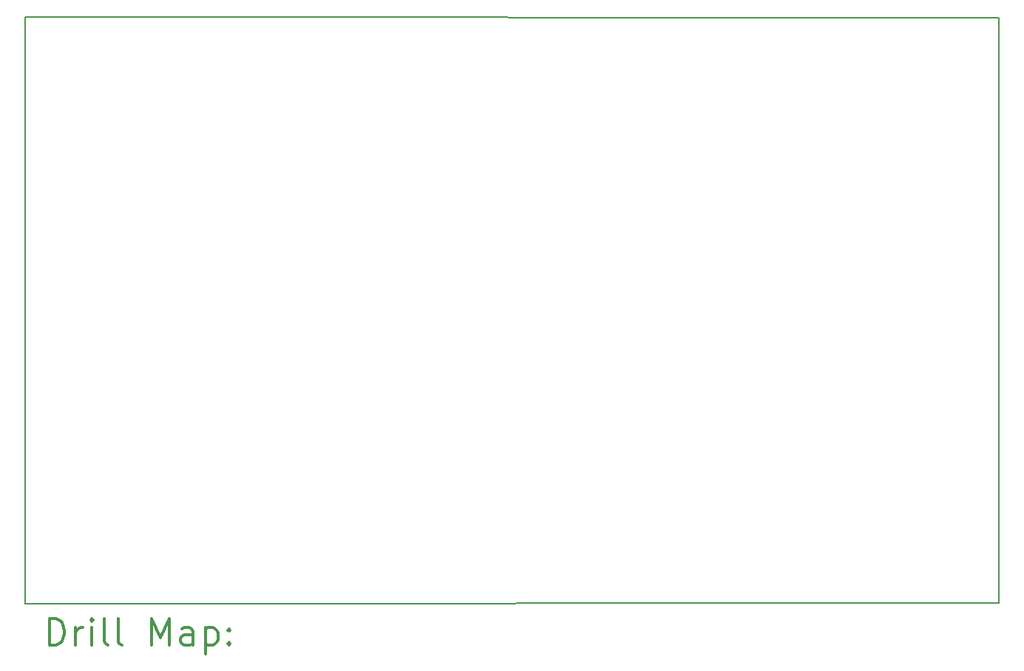
<source format=gbr>
%FSLAX45Y45*%
G04 Gerber Fmt 4.5, Leading zero omitted, Abs format (unit mm)*
G04 Created by KiCad (PCBNEW (5.0.2)-1) date 3/12/2019 3:58:21 PM*
%MOMM*%
%LPD*%
G01*
G04 APERTURE LIST*
%ADD10C,0.150000*%
%ADD11C,0.200000*%
%ADD12C,0.300000*%
G04 APERTURE END LIST*
D10*
X9245000Y-9805000D02*
X9245000Y-9765000D01*
X20400000Y-9800000D02*
X9245000Y-9805000D01*
X9245000Y-3080000D02*
X9245000Y-9765000D01*
X20400000Y-3090000D02*
X9245000Y-3080000D01*
X20400000Y-9800000D02*
X20400000Y-3090000D01*
D11*
D12*
X9523928Y-10278214D02*
X9523928Y-9978214D01*
X9595357Y-9978214D01*
X9638214Y-9992500D01*
X9666786Y-10021072D01*
X9681071Y-10049643D01*
X9695357Y-10106786D01*
X9695357Y-10149643D01*
X9681071Y-10206786D01*
X9666786Y-10235357D01*
X9638214Y-10263929D01*
X9595357Y-10278214D01*
X9523928Y-10278214D01*
X9823928Y-10278214D02*
X9823928Y-10078214D01*
X9823928Y-10135357D02*
X9838214Y-10106786D01*
X9852500Y-10092500D01*
X9881071Y-10078214D01*
X9909643Y-10078214D01*
X10009643Y-10278214D02*
X10009643Y-10078214D01*
X10009643Y-9978214D02*
X9995357Y-9992500D01*
X10009643Y-10006786D01*
X10023928Y-9992500D01*
X10009643Y-9978214D01*
X10009643Y-10006786D01*
X10195357Y-10278214D02*
X10166786Y-10263929D01*
X10152500Y-10235357D01*
X10152500Y-9978214D01*
X10352500Y-10278214D02*
X10323928Y-10263929D01*
X10309643Y-10235357D01*
X10309643Y-9978214D01*
X10695357Y-10278214D02*
X10695357Y-9978214D01*
X10795357Y-10192500D01*
X10895357Y-9978214D01*
X10895357Y-10278214D01*
X11166786Y-10278214D02*
X11166786Y-10121072D01*
X11152500Y-10092500D01*
X11123928Y-10078214D01*
X11066786Y-10078214D01*
X11038214Y-10092500D01*
X11166786Y-10263929D02*
X11138214Y-10278214D01*
X11066786Y-10278214D01*
X11038214Y-10263929D01*
X11023928Y-10235357D01*
X11023928Y-10206786D01*
X11038214Y-10178214D01*
X11066786Y-10163929D01*
X11138214Y-10163929D01*
X11166786Y-10149643D01*
X11309643Y-10078214D02*
X11309643Y-10378214D01*
X11309643Y-10092500D02*
X11338214Y-10078214D01*
X11395357Y-10078214D01*
X11423928Y-10092500D01*
X11438214Y-10106786D01*
X11452500Y-10135357D01*
X11452500Y-10221072D01*
X11438214Y-10249643D01*
X11423928Y-10263929D01*
X11395357Y-10278214D01*
X11338214Y-10278214D01*
X11309643Y-10263929D01*
X11581071Y-10249643D02*
X11595357Y-10263929D01*
X11581071Y-10278214D01*
X11566786Y-10263929D01*
X11581071Y-10249643D01*
X11581071Y-10278214D01*
X11581071Y-10092500D02*
X11595357Y-10106786D01*
X11581071Y-10121072D01*
X11566786Y-10106786D01*
X11581071Y-10092500D01*
X11581071Y-10121072D01*
M02*

</source>
